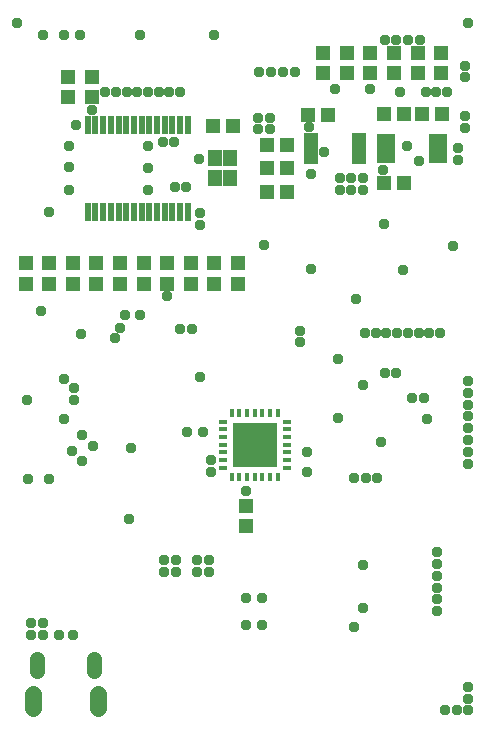
<source format=gbr>
G04 EAGLE Gerber RS-274X export*
G75*
%MOMM*%
%FSLAX34Y34*%
%LPD*%
%INSoldermask Bottom*%
%IPPOS*%
%AMOC8*
5,1,8,0,0,1.08239X$1,22.5*%
G01*
G04 Define Apertures*
%ADD10R,1.203200X1.303200*%
%ADD11R,1.303200X1.203200*%
%ADD12R,1.203200X0.653200*%
%ADD13R,0.364000X0.708500*%
%ADD14R,0.708400X0.364000*%
%ADD15R,0.364000X0.708400*%
%ADD16R,3.718000X3.718000*%
%ADD17R,0.551200X1.600200*%
%ADD18C,1.411200*%
%ADD19C,1.253200*%
%ADD20R,1.203200X1.403200*%
%ADD21R,1.625600X0.508000*%
%ADD22C,0.959600*%
D10*
X268000Y548500D03*
X268000Y565500D03*
X328000Y548500D03*
X328000Y565500D03*
D11*
X319500Y456000D03*
X336500Y456000D03*
X319500Y514000D03*
X336500Y514000D03*
D10*
X203000Y165500D03*
X203000Y182500D03*
D11*
X272500Y513000D03*
X255500Y513000D03*
X220500Y448000D03*
X237500Y448000D03*
D10*
X156000Y370500D03*
X156000Y387500D03*
X116000Y370500D03*
X116000Y387500D03*
X176000Y370500D03*
X176000Y387500D03*
X76000Y370500D03*
X76000Y387500D03*
X36000Y370500D03*
X36000Y387500D03*
D11*
X174500Y504000D03*
X191500Y504000D03*
D10*
X52000Y528500D03*
X52000Y545500D03*
X196000Y387500D03*
X196000Y370500D03*
X16000Y387500D03*
X16000Y370500D03*
X72000Y528500D03*
X72000Y545500D03*
D12*
X298500Y494750D03*
X298500Y488250D03*
X298500Y481750D03*
X298500Y475250D03*
X257500Y475250D03*
X257500Y481750D03*
X257500Y488250D03*
X257500Y494750D03*
D13*
X229500Y206993D03*
X223000Y206993D03*
X216500Y206993D03*
X210000Y206993D03*
X203500Y206993D03*
X197000Y206993D03*
X190500Y206993D03*
D14*
X182993Y214500D03*
X182993Y221000D03*
X182993Y227500D03*
X182993Y234000D03*
X182993Y240500D03*
X182993Y247000D03*
X182993Y253500D03*
D15*
X190500Y261007D03*
X197000Y261007D03*
X203500Y261007D03*
X210000Y261007D03*
X216500Y261007D03*
X223000Y261007D03*
X229500Y261007D03*
D14*
X237007Y253500D03*
X237007Y247000D03*
X237007Y240500D03*
X237007Y234000D03*
X237007Y227500D03*
X237007Y221000D03*
X237007Y214500D03*
D16*
X210000Y234000D03*
D17*
X68750Y431440D03*
X75250Y431440D03*
X81750Y431440D03*
X88250Y431440D03*
X94750Y431440D03*
X101250Y431440D03*
X107750Y431440D03*
X120750Y431440D03*
X114250Y431440D03*
X127250Y431440D03*
X133750Y431440D03*
X140250Y431440D03*
X146750Y431440D03*
X153250Y431440D03*
X68750Y504560D03*
X75250Y504560D03*
X81750Y504560D03*
X88250Y504560D03*
X94750Y504560D03*
X101250Y504560D03*
X107750Y504560D03*
X114250Y504560D03*
X120750Y504560D03*
X127250Y504560D03*
X133750Y504560D03*
X140250Y504560D03*
X146750Y504560D03*
X153250Y504560D03*
D18*
X22750Y23040D02*
X22750Y10960D01*
X77250Y10960D02*
X77250Y23040D01*
D19*
X25750Y42050D02*
X25750Y52550D01*
X74250Y52550D02*
X74250Y42050D01*
D20*
X189500Y476500D03*
X189500Y459500D03*
X176500Y459500D03*
X176500Y476500D03*
D11*
X288000Y548500D03*
X288000Y565500D03*
X308000Y565500D03*
X308000Y548500D03*
X348000Y548500D03*
X348000Y565500D03*
X368000Y565500D03*
X368000Y548500D03*
D10*
X368500Y514000D03*
X351500Y514000D03*
X220500Y488000D03*
X237500Y488000D03*
X237500Y468000D03*
X220500Y468000D03*
D11*
X136000Y387500D03*
X136000Y370500D03*
X96000Y387500D03*
X96000Y370500D03*
X56000Y370500D03*
X56000Y387500D03*
D21*
X321156Y475094D03*
X321156Y479920D03*
X321156Y485000D03*
X321156Y490080D03*
X321156Y494906D03*
X364844Y494906D03*
X364844Y490080D03*
X364844Y485000D03*
X364844Y479920D03*
X364844Y475094D03*
D22*
X216000Y104000D03*
X203000Y104000D03*
X203000Y81000D03*
X216000Y81000D03*
X64000Y220000D03*
X55000Y229000D03*
X64000Y242000D03*
X73000Y233000D03*
X223000Y511000D03*
X223000Y501000D03*
X213000Y511000D03*
X213000Y501000D03*
X224000Y550000D03*
X234000Y550000D03*
X244000Y550000D03*
X214000Y550000D03*
X330000Y295000D03*
X320000Y295000D03*
X343000Y274000D03*
X353000Y274000D03*
X9000Y591000D03*
X391000Y591000D03*
X391000Y9000D03*
X391000Y19000D03*
X391000Y29000D03*
X381000Y9000D03*
X371000Y9000D03*
X391000Y288000D03*
X391000Y278000D03*
X391000Y268000D03*
X391000Y258000D03*
X391000Y248000D03*
X391000Y238000D03*
X391000Y228000D03*
X391000Y218000D03*
X53000Y487000D03*
X53000Y469000D03*
X53000Y450000D03*
X120000Y487000D03*
X120000Y468000D03*
X120000Y450000D03*
X282000Y460000D03*
X292000Y460000D03*
X302000Y460000D03*
X282000Y450000D03*
X292000Y450000D03*
X302000Y450000D03*
X302000Y132000D03*
X294000Y80000D03*
X161000Y136000D03*
X161000Y126000D03*
X171000Y136000D03*
X171000Y126000D03*
X105000Y231000D03*
X164000Y291000D03*
X163000Y476000D03*
X59000Y505000D03*
X72000Y517000D03*
X164000Y420000D03*
X203000Y195000D03*
X36000Y431000D03*
X136000Y360068D03*
X29068Y347000D03*
X36000Y205000D03*
X63000Y328000D03*
X364000Y143000D03*
X364000Y123000D03*
X113000Y581000D03*
X304000Y206000D03*
X173000Y211000D03*
X382068Y475000D03*
X254000Y211000D03*
X254000Y228000D03*
X364000Y103000D03*
X364000Y93000D03*
X364000Y133000D03*
X96000Y333000D03*
X302000Y96000D03*
X92068Y324000D03*
X31000Y83000D03*
X21000Y83000D03*
X31000Y73000D03*
X21000Y73000D03*
X104000Y171000D03*
X133000Y136000D03*
X143000Y136000D03*
X143000Y126000D03*
X133000Y126000D03*
X317000Y236000D03*
X153000Y245000D03*
X256000Y502694D03*
X319000Y467000D03*
X388000Y512000D03*
X388000Y502000D03*
X319746Y420948D03*
X280709Y306291D03*
X388068Y555000D03*
X388068Y545000D03*
X378000Y402000D03*
X269000Y482000D03*
X302000Y285000D03*
X248000Y321000D03*
X248000Y329932D03*
X218000Y403000D03*
X296000Y357068D03*
X364000Y113000D03*
X31000Y581000D03*
X382000Y485000D03*
X294000Y206000D03*
X173000Y221000D03*
X314000Y206000D03*
X100000Y344000D03*
X142000Y490000D03*
X132000Y490000D03*
X147000Y533000D03*
X137912Y533000D03*
X128824Y533000D03*
X119736Y533000D03*
X110648Y533000D03*
X101560Y533000D03*
X92472Y533000D03*
X83384Y533000D03*
X152000Y452000D03*
X157000Y331932D03*
X142912Y452000D03*
X147000Y331932D03*
X57000Y282000D03*
X49000Y581000D03*
X57000Y272000D03*
X62000Y581000D03*
X176000Y581000D03*
X16932Y272000D03*
X18000Y205000D03*
X166000Y245000D03*
X164000Y430000D03*
X373000Y533000D03*
X113000Y344068D03*
X320000Y577000D03*
X303316Y329000D03*
X330000Y577000D03*
X312404Y329000D03*
X333000Y533000D03*
X321492Y329000D03*
X340000Y577000D03*
X330580Y329000D03*
X339000Y487000D03*
X339668Y329000D03*
X348756Y329000D03*
X349932Y577000D03*
X49000Y290000D03*
X49000Y256000D03*
X44000Y73000D03*
X56468Y73000D03*
X278000Y535000D03*
X308000Y535000D03*
X258000Y463000D03*
X258000Y383000D03*
X335932Y382000D03*
X348884Y474000D03*
X281000Y256500D03*
X356000Y256000D03*
X357844Y329000D03*
X354824Y533000D03*
X366932Y329000D03*
X363912Y533000D03*
M02*

</source>
